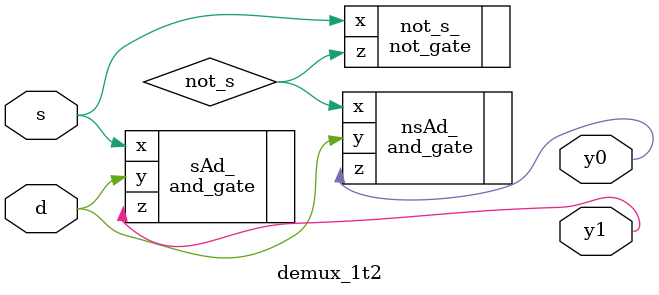
<source format=v>
module demux_1t2(s, d, y0, y1);

input s;
input d;
output wire y0, y1;

wire not_s;

not_gate not_s_(.x(s), .z(not_s));
and_gate nsAd_(.x(not_s), .y(d), .z(y0));
and_gate sAd_(.x(s), .y(d), .z(y1));

endmodule
</source>
